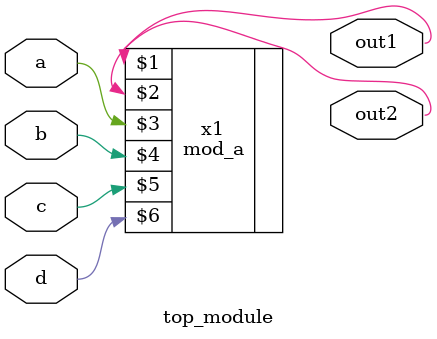
<source format=v>
module top_module ( 
    input a, 
    input b, 
    input c,
    input d,
    output out1,
    output out2
);
    mod_a x1(out1, out2, a, b, c, d);

endmodule
</source>
